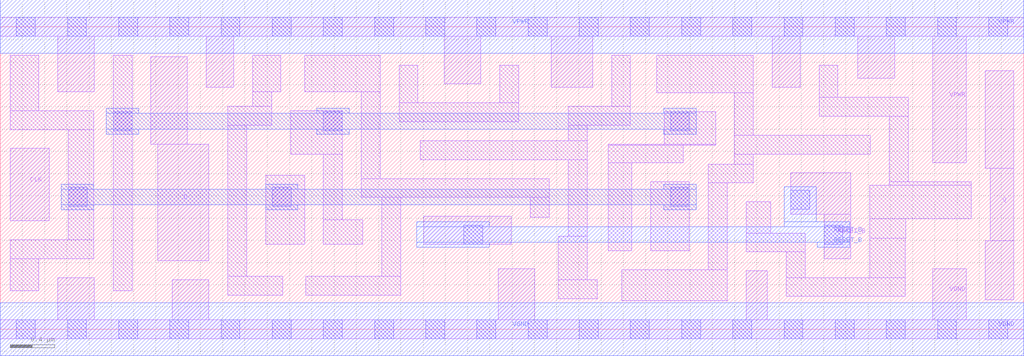
<source format=lef>
# Copyright 2020 The SkyWater PDK Authors
#
# Licensed under the Apache License, Version 2.0 (the "License");
# you may not use this file except in compliance with the License.
# You may obtain a copy of the License at
#
#     https://www.apache.org/licenses/LICENSE-2.0
#
# Unless required by applicable law or agreed to in writing, software
# distributed under the License is distributed on an "AS IS" BASIS,
# WITHOUT WARRANTIES OR CONDITIONS OF ANY KIND, either express or implied.
# See the License for the specific language governing permissions and
# limitations under the License.
#
# SPDX-License-Identifier: Apache-2.0

VERSION 5.7 ;
  NAMESCASESENSITIVE ON ;
  NOWIREEXTENSIONATPIN ON ;
  DIVIDERCHAR "/" ;
  BUSBITCHARS "[]" ;
UNITS
  DATABASE MICRONS 200 ;
END UNITS
MACRO sky130_fd_sc_hd__dfrtp_1
  CLASS CORE ;
  SOURCE USER ;
  FOREIGN sky130_fd_sc_hd__dfrtp_1 ;
  ORIGIN  0.000000  0.000000 ;
  SIZE  9.200000 BY  2.720000 ;
  SYMMETRY X Y R90 ;
  SITE unithd ;
  PIN D
    ANTENNAGATEAREA  0.126000 ;
    DIRECTION INPUT ;
    USE SIGNAL ;
    PORT
      LAYER li1 ;
        RECT 1.355000 1.665000 1.680000 2.450000 ;
        RECT 1.415000 0.615000 1.875000 1.665000 ;
    END
  END D
  PIN Q
    ANTENNADIFFAREA  0.429000 ;
    DIRECTION OUTPUT ;
    USE SIGNAL ;
    PORT
      LAYER li1 ;
        RECT 8.855000 0.265000 9.110000 0.795000 ;
        RECT 8.855000 1.445000 9.110000 2.325000 ;
        RECT 8.900000 0.795000 9.110000 1.445000 ;
    END
  END Q
  PIN RESET_B
    ANTENNAGATEAREA  0.252000 ;
    DIRECTION INPUT ;
    USE SIGNAL ;
    PORT
      LAYER li1 ;
        RECT 3.805000 0.765000 4.595000 1.015000 ;
        RECT 7.105000 1.035000 7.645000 1.405000 ;
        RECT 7.405000 0.635000 7.645000 1.035000 ;
      LAYER mcon ;
        RECT 4.165000 0.765000 4.335000 0.935000 ;
        RECT 7.105000 1.080000 7.275000 1.250000 ;
        RECT 7.405000 0.765000 7.575000 0.935000 ;
      LAYER met1 ;
        RECT 3.745000 0.735000 4.395000 0.780000 ;
        RECT 3.745000 0.780000 7.635000 0.920000 ;
        RECT 3.745000 0.920000 4.395000 0.965000 ;
        RECT 7.045000 0.920000 7.635000 0.965000 ;
        RECT 7.045000 0.965000 7.335000 1.280000 ;
        RECT 7.345000 0.735000 7.635000 0.780000 ;
    END
  END RESET_B
  PIN CLK
    ANTENNAGATEAREA  0.159000 ;
    DIRECTION INPUT ;
    USE CLOCK ;
    PORT
      LAYER li1 ;
        RECT 0.090000 0.975000 0.440000 1.625000 ;
    END
  END CLK
  PIN VGND
    DIRECTION INOUT ;
    SHAPE ABUTMENT ;
    USE GROUND ;
    PORT
      LAYER li1 ;
        RECT 0.000000 -0.085000 9.200000 0.085000 ;
        RECT 0.515000  0.085000 0.845000 0.465000 ;
        RECT 1.545000  0.085000 1.875000 0.445000 ;
        RECT 4.475000  0.085000 4.805000 0.545000 ;
        RECT 6.705000  0.085000 6.895000 0.525000 ;
        RECT 8.380000  0.085000 8.685000 0.545000 ;
      LAYER mcon ;
        RECT 0.145000 -0.085000 0.315000 0.085000 ;
        RECT 0.605000 -0.085000 0.775000 0.085000 ;
        RECT 1.065000 -0.085000 1.235000 0.085000 ;
        RECT 1.525000 -0.085000 1.695000 0.085000 ;
        RECT 1.985000 -0.085000 2.155000 0.085000 ;
        RECT 2.445000 -0.085000 2.615000 0.085000 ;
        RECT 2.905000 -0.085000 3.075000 0.085000 ;
        RECT 3.365000 -0.085000 3.535000 0.085000 ;
        RECT 3.825000 -0.085000 3.995000 0.085000 ;
        RECT 4.285000 -0.085000 4.455000 0.085000 ;
        RECT 4.745000 -0.085000 4.915000 0.085000 ;
        RECT 5.205000 -0.085000 5.375000 0.085000 ;
        RECT 5.665000 -0.085000 5.835000 0.085000 ;
        RECT 6.125000 -0.085000 6.295000 0.085000 ;
        RECT 6.585000 -0.085000 6.755000 0.085000 ;
        RECT 7.045000 -0.085000 7.215000 0.085000 ;
        RECT 7.505000 -0.085000 7.675000 0.085000 ;
        RECT 7.965000 -0.085000 8.135000 0.085000 ;
        RECT 8.425000 -0.085000 8.595000 0.085000 ;
        RECT 8.885000 -0.085000 9.055000 0.085000 ;
      LAYER met1 ;
        RECT 0.000000 -0.240000 9.200000 0.240000 ;
    END
  END VGND
  PIN VPWR
    DIRECTION INOUT ;
    SHAPE ABUTMENT ;
    USE POWER ;
    PORT
      LAYER li1 ;
        RECT 0.000000 2.635000 9.200000 2.805000 ;
        RECT 0.515000 2.135000 0.845000 2.635000 ;
        RECT 1.850000 2.175000 2.100000 2.635000 ;
        RECT 3.990000 2.205000 4.320000 2.635000 ;
        RECT 4.955000 2.175000 5.325000 2.635000 ;
        RECT 6.940000 2.175000 7.190000 2.635000 ;
        RECT 7.710000 2.255000 8.040000 2.635000 ;
        RECT 8.380000 1.495000 8.685000 2.635000 ;
      LAYER mcon ;
        RECT 0.145000 2.635000 0.315000 2.805000 ;
        RECT 0.605000 2.635000 0.775000 2.805000 ;
        RECT 1.065000 2.635000 1.235000 2.805000 ;
        RECT 1.525000 2.635000 1.695000 2.805000 ;
        RECT 1.985000 2.635000 2.155000 2.805000 ;
        RECT 2.445000 2.635000 2.615000 2.805000 ;
        RECT 2.905000 2.635000 3.075000 2.805000 ;
        RECT 3.365000 2.635000 3.535000 2.805000 ;
        RECT 3.825000 2.635000 3.995000 2.805000 ;
        RECT 4.285000 2.635000 4.455000 2.805000 ;
        RECT 4.745000 2.635000 4.915000 2.805000 ;
        RECT 5.205000 2.635000 5.375000 2.805000 ;
        RECT 5.665000 2.635000 5.835000 2.805000 ;
        RECT 6.125000 2.635000 6.295000 2.805000 ;
        RECT 6.585000 2.635000 6.755000 2.805000 ;
        RECT 7.045000 2.635000 7.215000 2.805000 ;
        RECT 7.505000 2.635000 7.675000 2.805000 ;
        RECT 7.965000 2.635000 8.135000 2.805000 ;
        RECT 8.425000 2.635000 8.595000 2.805000 ;
        RECT 8.885000 2.635000 9.055000 2.805000 ;
      LAYER met1 ;
        RECT 0.000000 2.480000 9.200000 2.960000 ;
    END
  END VPWR
  OBS
    LAYER li1 ;
      RECT 0.090000 0.345000 0.345000 0.635000 ;
      RECT 0.090000 0.635000 0.840000 0.805000 ;
      RECT 0.090000 1.795000 0.840000 1.965000 ;
      RECT 0.090000 1.965000 0.345000 2.465000 ;
      RECT 0.610000 0.805000 0.840000 1.795000 ;
      RECT 1.015000 0.345000 1.185000 2.465000 ;
      RECT 2.045000 0.305000 2.540000 0.475000 ;
      RECT 2.045000 0.475000 2.215000 1.835000 ;
      RECT 2.045000 1.835000 2.440000 2.005000 ;
      RECT 2.270000 2.005000 2.440000 2.135000 ;
      RECT 2.270000 2.135000 2.520000 2.465000 ;
      RECT 2.385000 0.765000 2.735000 1.385000 ;
      RECT 2.610000 1.575000 3.075000 1.965000 ;
      RECT 2.735000 2.135000 3.415000 2.465000 ;
      RECT 2.745000 0.305000 3.600000 0.475000 ;
      RECT 2.905000 0.765000 3.260000 0.985000 ;
      RECT 2.905000 0.985000 3.075000 1.575000 ;
      RECT 3.245000 1.185000 4.935000 1.355000 ;
      RECT 3.245000 1.355000 3.415000 2.135000 ;
      RECT 3.430000 0.475000 3.600000 1.185000 ;
      RECT 3.585000 1.865000 4.660000 2.035000 ;
      RECT 3.585000 2.035000 3.755000 2.375000 ;
      RECT 3.775000 1.525000 5.275000 1.695000 ;
      RECT 4.490000 2.035000 4.660000 2.375000 ;
      RECT 4.765000 1.005000 4.935000 1.185000 ;
      RECT 5.015000 0.275000 5.365000 0.445000 ;
      RECT 5.015000 0.445000 5.275000 0.835000 ;
      RECT 5.105000 0.835000 5.275000 1.525000 ;
      RECT 5.105000 1.695000 5.275000 1.835000 ;
      RECT 5.105000 1.835000 5.665000 2.005000 ;
      RECT 5.465000 0.705000 5.675000 1.495000 ;
      RECT 5.465000 1.495000 6.140000 1.655000 ;
      RECT 5.465000 1.655000 6.430000 1.665000 ;
      RECT 5.495000 2.005000 5.665000 2.465000 ;
      RECT 5.585000 0.255000 6.535000 0.535000 ;
      RECT 5.845000 0.705000 6.195000 1.325000 ;
      RECT 5.900000 2.125000 6.770000 2.465000 ;
      RECT 5.970000 1.665000 6.430000 1.955000 ;
      RECT 6.365000 0.535000 6.535000 1.315000 ;
      RECT 6.365000 1.315000 6.770000 1.485000 ;
      RECT 6.600000 1.485000 6.770000 1.575000 ;
      RECT 6.600000 1.575000 7.820000 1.745000 ;
      RECT 6.600000 1.745000 6.770000 2.125000 ;
      RECT 6.705000 0.695000 7.235000 0.865000 ;
      RECT 6.705000 0.865000 6.925000 1.145000 ;
      RECT 7.065000 0.295000 8.135000 0.465000 ;
      RECT 7.065000 0.465000 7.235000 0.695000 ;
      RECT 7.360000 1.915000 8.160000 2.085000 ;
      RECT 7.360000 2.085000 7.530000 2.375000 ;
      RECT 7.815000 0.465000 8.135000 0.820000 ;
      RECT 7.815000 0.820000 8.140000 0.995000 ;
      RECT 7.815000 0.995000 8.730000 1.295000 ;
      RECT 7.990000 1.295000 8.730000 1.325000 ;
      RECT 7.990000 1.325000 8.160000 1.915000 ;
    LAYER mcon ;
      RECT 0.610000 1.105000 0.780000 1.275000 ;
      RECT 1.015000 1.785000 1.185000 1.955000 ;
      RECT 2.445000 1.105000 2.615000 1.275000 ;
      RECT 2.905000 1.785000 3.075000 1.955000 ;
      RECT 6.025000 1.105000 6.195000 1.275000 ;
      RECT 6.025000 1.785000 6.195000 1.955000 ;
    LAYER met1 ;
      RECT 0.550000 1.075000 0.840000 1.120000 ;
      RECT 0.550000 1.120000 6.255000 1.260000 ;
      RECT 0.550000 1.260000 0.840000 1.305000 ;
      RECT 0.955000 1.755000 1.245000 1.800000 ;
      RECT 0.955000 1.800000 6.255000 1.940000 ;
      RECT 0.955000 1.940000 1.245000 1.985000 ;
      RECT 2.385000 1.075000 2.675000 1.120000 ;
      RECT 2.385000 1.260000 2.675000 1.305000 ;
      RECT 2.845000 1.755000 3.135000 1.800000 ;
      RECT 2.845000 1.940000 3.135000 1.985000 ;
      RECT 5.965000 1.075000 6.255000 1.120000 ;
      RECT 5.965000 1.260000 6.255000 1.305000 ;
      RECT 5.965000 1.755000 6.255000 1.800000 ;
      RECT 5.965000 1.940000 6.255000 1.985000 ;
  END
END sky130_fd_sc_hd__dfrtp_1

</source>
